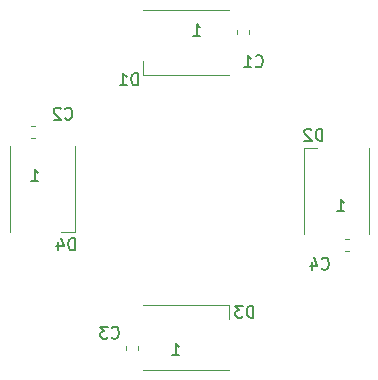
<source format=gbr>
%TF.GenerationSoftware,KiCad,Pcbnew,5.1.6-c6e7f7d~87~ubuntu18.04.1*%
%TF.CreationDate,2023-11-19T23:26:27+00:00*%
%TF.ProjectId,ws2812b_rgb_button,77733238-3132-4625-9f72-67625f627574,1.0*%
%TF.SameCoordinates,Original*%
%TF.FileFunction,Legend,Bot*%
%TF.FilePolarity,Positive*%
%FSLAX46Y46*%
G04 Gerber Fmt 4.6, Leading zero omitted, Abs format (unit mm)*
G04 Created by KiCad (PCBNEW 5.1.6-c6e7f7d~87~ubuntu18.04.1) date 2023-11-19 23:26:27*
%MOMM*%
%LPD*%
G01*
G04 APERTURE LIST*
%ADD10C,0.120000*%
%ADD11C,0.150000*%
G04 APERTURE END LIST*
D10*
%TO.C,D1*%
X96426000Y-90634000D02*
X96426000Y-89484000D01*
X103726000Y-90634000D02*
X96426000Y-90634000D01*
X103726000Y-85134000D02*
X96426000Y-85134000D01*
%TO.C,D2*%
X115526000Y-104107000D02*
X115526000Y-96807000D01*
X110026000Y-104107000D02*
X110026000Y-96807000D01*
X110026000Y-96807000D02*
X111176000Y-96807000D01*
%TO.C,D3*%
X103726000Y-110153000D02*
X103726000Y-111303000D01*
X96426000Y-110153000D02*
X103726000Y-110153000D01*
X96426000Y-115653000D02*
X103726000Y-115653000D01*
%TO.C,D4*%
X85134000Y-96680000D02*
X85134000Y-103980000D01*
X90634000Y-96680000D02*
X90634000Y-103980000D01*
X90634000Y-103980000D02*
X89484000Y-103980000D01*
%TO.C,C1*%
X105412000Y-86857721D02*
X105412000Y-87183279D01*
X104392000Y-86857721D02*
X104392000Y-87183279D01*
%TO.C,C2*%
X86959221Y-96014000D02*
X87284779Y-96014000D01*
X86959221Y-94994000D02*
X87284779Y-94994000D01*
%TO.C,C3*%
X94994000Y-113929279D02*
X94994000Y-113603721D01*
X96014000Y-113929279D02*
X96014000Y-113603721D01*
%TO.C,C4*%
X113827779Y-104519000D02*
X113502221Y-104519000D01*
X113827779Y-105539000D02*
X113502221Y-105539000D01*
%TO.C,D1*%
D11*
X95988095Y-91511380D02*
X95988095Y-90511380D01*
X95750000Y-90511380D01*
X95607142Y-90559000D01*
X95511904Y-90654238D01*
X95464285Y-90749476D01*
X95416666Y-90939952D01*
X95416666Y-91082809D01*
X95464285Y-91273285D01*
X95511904Y-91368523D01*
X95607142Y-91463761D01*
X95750000Y-91511380D01*
X95988095Y-91511380D01*
X94464285Y-91511380D02*
X95035714Y-91511380D01*
X94750000Y-91511380D02*
X94750000Y-90511380D01*
X94845238Y-90654238D01*
X94940476Y-90749476D01*
X95035714Y-90797095D01*
X100679285Y-87320380D02*
X101250714Y-87320380D01*
X100965000Y-87320380D02*
X100965000Y-86320380D01*
X101060238Y-86463238D01*
X101155476Y-86558476D01*
X101250714Y-86606095D01*
%TO.C,D2*%
X111609095Y-96210380D02*
X111609095Y-95210380D01*
X111371000Y-95210380D01*
X111228142Y-95258000D01*
X111132904Y-95353238D01*
X111085285Y-95448476D01*
X111037666Y-95638952D01*
X111037666Y-95781809D01*
X111085285Y-95972285D01*
X111132904Y-96067523D01*
X111228142Y-96162761D01*
X111371000Y-96210380D01*
X111609095Y-96210380D01*
X110656714Y-95305619D02*
X110609095Y-95258000D01*
X110513857Y-95210380D01*
X110275761Y-95210380D01*
X110180523Y-95258000D01*
X110132904Y-95305619D01*
X110085285Y-95400857D01*
X110085285Y-95496095D01*
X110132904Y-95638952D01*
X110704333Y-96210380D01*
X110085285Y-96210380D01*
X112871285Y-102179380D02*
X113442714Y-102179380D01*
X113157000Y-102179380D02*
X113157000Y-101179380D01*
X113252238Y-101322238D01*
X113347476Y-101417476D01*
X113442714Y-101465095D01*
%TO.C,D3*%
X105767095Y-111196380D02*
X105767095Y-110196380D01*
X105529000Y-110196380D01*
X105386142Y-110244000D01*
X105290904Y-110339238D01*
X105243285Y-110434476D01*
X105195666Y-110624952D01*
X105195666Y-110767809D01*
X105243285Y-110958285D01*
X105290904Y-111053523D01*
X105386142Y-111148761D01*
X105529000Y-111196380D01*
X105767095Y-111196380D01*
X104862333Y-110196380D02*
X104243285Y-110196380D01*
X104576619Y-110577333D01*
X104433761Y-110577333D01*
X104338523Y-110624952D01*
X104290904Y-110672571D01*
X104243285Y-110767809D01*
X104243285Y-111005904D01*
X104290904Y-111101142D01*
X104338523Y-111148761D01*
X104433761Y-111196380D01*
X104719476Y-111196380D01*
X104814714Y-111148761D01*
X104862333Y-111101142D01*
X98901285Y-114371380D02*
X99472714Y-114371380D01*
X99187000Y-114371380D02*
X99187000Y-113371380D01*
X99282238Y-113514238D01*
X99377476Y-113609476D01*
X99472714Y-113657095D01*
%TO.C,D4*%
X90654095Y-105481380D02*
X90654095Y-104481380D01*
X90416000Y-104481380D01*
X90273142Y-104529000D01*
X90177904Y-104624238D01*
X90130285Y-104719476D01*
X90082666Y-104909952D01*
X90082666Y-105052809D01*
X90130285Y-105243285D01*
X90177904Y-105338523D01*
X90273142Y-105433761D01*
X90416000Y-105481380D01*
X90654095Y-105481380D01*
X89225523Y-104814714D02*
X89225523Y-105481380D01*
X89463619Y-104433761D02*
X89701714Y-105148047D01*
X89082666Y-105148047D01*
X86963285Y-99639380D02*
X87534714Y-99639380D01*
X87249000Y-99639380D02*
X87249000Y-98639380D01*
X87344238Y-98782238D01*
X87439476Y-98877476D01*
X87534714Y-98925095D01*
%TO.C,C1*%
X105957666Y-89892142D02*
X106005285Y-89939761D01*
X106148142Y-89987380D01*
X106243380Y-89987380D01*
X106386238Y-89939761D01*
X106481476Y-89844523D01*
X106529095Y-89749285D01*
X106576714Y-89558809D01*
X106576714Y-89415952D01*
X106529095Y-89225476D01*
X106481476Y-89130238D01*
X106386238Y-89035000D01*
X106243380Y-88987380D01*
X106148142Y-88987380D01*
X106005285Y-89035000D01*
X105957666Y-89082619D01*
X105005285Y-89987380D02*
X105576714Y-89987380D01*
X105291000Y-89987380D02*
X105291000Y-88987380D01*
X105386238Y-89130238D01*
X105481476Y-89225476D01*
X105576714Y-89273095D01*
%TO.C,C2*%
X89828666Y-94337142D02*
X89876285Y-94384761D01*
X90019142Y-94432380D01*
X90114380Y-94432380D01*
X90257238Y-94384761D01*
X90352476Y-94289523D01*
X90400095Y-94194285D01*
X90447714Y-94003809D01*
X90447714Y-93860952D01*
X90400095Y-93670476D01*
X90352476Y-93575238D01*
X90257238Y-93480000D01*
X90114380Y-93432380D01*
X90019142Y-93432380D01*
X89876285Y-93480000D01*
X89828666Y-93527619D01*
X89447714Y-93527619D02*
X89400095Y-93480000D01*
X89304857Y-93432380D01*
X89066761Y-93432380D01*
X88971523Y-93480000D01*
X88923904Y-93527619D01*
X88876285Y-93622857D01*
X88876285Y-93718095D01*
X88923904Y-93860952D01*
X89495333Y-94432380D01*
X88876285Y-94432380D01*
%TO.C,C3*%
X93765666Y-112879142D02*
X93813285Y-112926761D01*
X93956142Y-112974380D01*
X94051380Y-112974380D01*
X94194238Y-112926761D01*
X94289476Y-112831523D01*
X94337095Y-112736285D01*
X94384714Y-112545809D01*
X94384714Y-112402952D01*
X94337095Y-112212476D01*
X94289476Y-112117238D01*
X94194238Y-112022000D01*
X94051380Y-111974380D01*
X93956142Y-111974380D01*
X93813285Y-112022000D01*
X93765666Y-112069619D01*
X93432333Y-111974380D02*
X92813285Y-111974380D01*
X93146619Y-112355333D01*
X93003761Y-112355333D01*
X92908523Y-112402952D01*
X92860904Y-112450571D01*
X92813285Y-112545809D01*
X92813285Y-112783904D01*
X92860904Y-112879142D01*
X92908523Y-112926761D01*
X93003761Y-112974380D01*
X93289476Y-112974380D01*
X93384714Y-112926761D01*
X93432333Y-112879142D01*
%TO.C,C4*%
X111545666Y-107037142D02*
X111593285Y-107084761D01*
X111736142Y-107132380D01*
X111831380Y-107132380D01*
X111974238Y-107084761D01*
X112069476Y-106989523D01*
X112117095Y-106894285D01*
X112164714Y-106703809D01*
X112164714Y-106560952D01*
X112117095Y-106370476D01*
X112069476Y-106275238D01*
X111974238Y-106180000D01*
X111831380Y-106132380D01*
X111736142Y-106132380D01*
X111593285Y-106180000D01*
X111545666Y-106227619D01*
X110688523Y-106465714D02*
X110688523Y-107132380D01*
X110926619Y-106084761D02*
X111164714Y-106799047D01*
X110545666Y-106799047D01*
%TD*%
M02*

</source>
